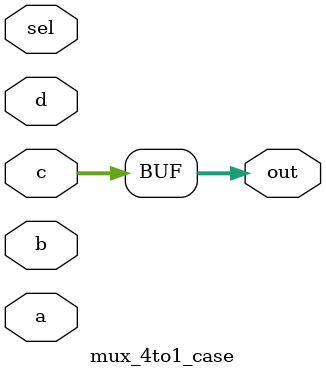
<source format=v>
module mux_4to1_case
(
  input [3:0] a,
  input [3:0] b,
  input [3:0] c,
  input [3:0] d,
  input [1:0] sel,
  output reg [3:0] out
);


  always @(a or b or c or d or sel) begin
    case(sel)
      2'h00: out <= a;
      2'h01: out <= b;
      2'h10: out = c;
      3: out <= d;
    endcase
    out = c;
  end


endmodule

</source>
